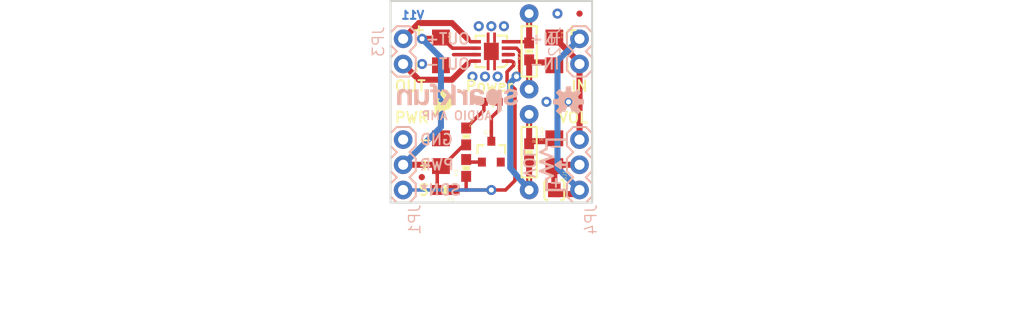
<source format=kicad_pcb>
(kicad_pcb (version 20211014) (generator pcbnew)
  (layers (0 "F.Cu" signal) (31 "B.Cu" signal) (34 "B.Paste" user) (35 "F.Paste" user) (36 "B.SilkS" user "B.Silkscreen") (37 "F.SilkS" user "F.Silkscreen") (38 "B.Mask" user) (39 "F.Mask" user) (44 "Edge.Cuts" user))
  (net 0 "")
  (net 1 "IN+")
  (net 2 "IN-")
  (net 3 "VCC")
  (net 4 "GND")
  (net 5 "OUT+")
  (net 6 "OUT-")
  (net 7 "SDN*")
  (net 8 "N$1")
  (net 9 "IN-AMP")
  (net 10 "N$9")
  (net 11 "N$10")
  (net 12 "N$8")
  (net 13 "IN+AMP")
  (net 14 "N$2")
  (net 15 "N$3")
  (net 16 "N$4")
  (footprint "boardEagle:0603-RES" (layer "F.Cu") (at 143.8974 113.8936 180)
    (fp_text reference "R5" (at -0.889 -0.762 180) (layer "F.SilkS") (effects (font (size 0.373888 0.373888) (thickness 0.032512)) (justify right top)))
    (fp_text value "10K")
    (fp_poly (pts (xy -0.2286 0.381) (xy 0.2286 0.381) (xy 0.2286 -0.381) (xy -0.2286 -0.381)) (layer "F.SilkS") (width 0) (fill solid))
    (pad "1" smd rect (at -0.85 0 180) (size 1.1 1) (layers "F.Cu" "F.Paste" "F.Mask") (net 7 "SDN*"))
    (pad "2" smd rect (at 0.85 0 180) (size 1.1 1) (layers "F.Cu" "F.Paste" "F.Mask") (net 3 "VCC"))
  )
  (footprint "boardEagle:1206" (layer "F.Cu") (at 154.8511 110.0836 90)
    (fp_text reference "C4" (at -1.27 -1.143 90) (layer "F.SilkS") (effects (font (size 0.373888 0.373888) (thickness 0.032512)) (justify left bottom)))
    (fp_text value "1uF")
    (pad "1" smd rect (at -1.4 0 90) (size 1.6 1.8) (layers "F.Cu" "F.Paste" "F.Mask") (net 8 "N$1"))
    (pad "2" smd rect (at 1.4 0 90) (size 1.6 1.8) (layers "F.Cu" "F.Paste" "F.Mask") (net 14 "N$2"))
  )
  (footprint "boardEagle:SFE-LOGO-FLAME" (layer "F.Cu") (at 142.7861 106.5912)
    (fp_text reference "LOGO2" hide)
    (fp_text value "LOGO-SFESK" hide)
    (fp_poly (pts (xy 1.126002 -2.808203) (xy 1.215449 -2.785829) (xy 1.228477 -2.780783) (xy 1.240149 -2.774875) (xy 1.25686 -2.766576) (xy 1.275552 -2.759834) (xy 1.371694 -2.7026) (xy 1.3793 -2.7026) (xy 1.3793 -2.6772) (xy 1.306833 -2.6772) (xy 1.208418 -2.657914) (xy 1.074855 -2.495286) (xy 1.079365 -2.436825) (xy 1.12809 -2.341869) (xy 1.204666 -2.265196) (xy 1.294069 -2.200638) (xy 1.369348 -2.168824) (xy 1.450737 -2.171632) (xy 1.458864 -2.174186) (xy 1.466257 -2.177389) (xy 1.530514 -2.236956) (xy 1.5368 -2.259812) (xy 1.5368 -2.377938) (xy 1.763707 -2.148127) (xy 1.868186 -1.856841) (xy 1.871603 -1.856894) (xy 1.87806 -1.650435) (xy 1.848857 -1.45742) (xy 1.785308 -1.272842) (xy 1.6663 -1.061578) (xy 1.6663 -1.080581) (xy 1.378131 -0.80901) (xy 0.982239 -0.6985) (xy 0.753005 -0.6985) (xy 0.716201 -0.692046) (xy 0.681776 -0.679592) (xy 0.496322 -0.541784) (xy -0.0126 0.03091) (xy -0.0126 -1.52077) (xy 0.060004 -1.761967) (xy 0.168295 -1.865489) (xy 0.307122 -1.917522) (xy 0.4039 -1.925089) (xy 0.499384 -1.917623) (xy 0.55991 -1.908099) (xy 0.557788 -1.884433) (xy 0.522216 -1.885242) (xy 0.501784 -1.876141) (xy 0.420519 -1.817154) (xy 0.400722 -1.79067) (xy 0.390395 -1.7285) (xy 0.400905 -1.665229) (xy 0.421405 -1.625174) (xy 0.452343 -1.592685) (xy 0.546535 -1.54355) (xy 0.652229 -1.531742) (xy 0.742768 -1.550084) (xy 0.82422 -1.589656) (xy 0.92203 -1.754659) (xy 0.907706 -1.848844) (xy 0.850914 -1.930401) (xy 0.584707 -2.263237) (xy 0.561667 -2.510855) (xy 0.627495 -2.621556) (xy 0.629042 -2.623103) (xy 0.778901 -2.74712) (xy 1.032676 -2.817064)) (layer "F.SilkS") (width 0) (fill solid))
  )
  (footprint "boardEagle:0603-RES" (layer "F.Cu") (at 152.3111 99.9236 90)
    (fp_text reference "R2" (at -0.889 -0.762 90) (layer "F.SilkS") (effects (font (size 0.373888 0.373888) (thickness 0.032512)) (justify left bottom)))
    (fp_text value "150K")
    (fp_poly (pts (xy -0.2286 0.381) (xy 0.2286 0.381) (xy 0.2286 -0.381) (xy -0.2286 -0.381)) (layer "F.SilkS") (width 0) (fill solid))
    (pad "1" smd rect (at -0.85 0 90) (size 1.1 1) (layers "F.Cu" "F.Paste" "F.Mask") (net 15 "N$3"))
    (pad "2" smd rect (at 0.85 0 90) (size 1.1 1) (layers "F.Cu" "F.Paste" "F.Mask") (net 9 "IN-AMP"))
  )
  (footprint "boardEagle:QFN-8_PAD" (layer "F.Cu") (at 148.5011 99.9236 90)
    (fp_text reference "U1" hide)
    (fp_text value "TPA2005D1DRB" hide)
    (fp_line (start 1.5875 -1.5875) (end 1.5875 -0.635) (layer "F.SilkS") (width 0.2032))
    (fp_line (start -1.27 1.5875) (end -1.5875 1.27) (layer "F.SilkS") (width 0.2032))
    (fp_line (start -1.27 -1.5875) (end -1.5875 -1.5875) (layer "F.SilkS") (width 0.2032))
    (fp_line (start 1.5875 1.5875) (end 1.27 1.5875) (layer "F.SilkS") (width 0.2032))
    (fp_line (start 1.27 -1.5875) (end 1.5875 -1.5875) (layer "F.SilkS") (width 0.2032))
    (fp_line (start -1.5875 -1.5875) (end -1.5875 -0.635) (layer "F.SilkS") (width 0.2032))
    (fp_line (start 1.5875 0.635) (end 1.5875 1.5875) (layer "F.SilkS") (width 0.2032))
    (fp_line (start -1.5875 1.27) (end -1.5875 0.635) (layer "F.SilkS") (width 0.2032))
    (pad "1" smd rect (at -0.975 1.475 180) (size 0.85 0.35) (layers "F.Cu" "F.Paste" "F.Mask") (net 7 "SDN*"))
    (pad "2" smd rect (at -0.325 1.475 180) (size 0.85 0.35) (layers "F.Cu" "F.Paste" "F.Mask"))
    (pad "3" smd rect (at 0.325 1.475 180) (size 0.85 0.35) (layers "F.Cu" "F.Paste" "F.Mask") (net 13 "IN+AMP"))
    (pad "4" smd rect (at 0.975 1.475 180) (size 0.85 0.35) (layers "F.Cu" "F.Paste" "F.Mask") (net 9 "IN-AMP"))
    (pad "5" smd rect (at 0.975 -1.475 180) (size 0.85 0.35) (layers "F.Cu" "F.Paste" "F.Mask") (net 5 "OUT+"))
    (pad "6" smd rect (at 0.325 -1.475 180) (size 0.85 0.35) (layers "F.Cu" "F.Paste" "F.Mask") (net 3 "VCC"))
    (pad "7" smd rect (at -0.325 -1.475 180) (size 0.85 0.35) (layers "F.Cu" "F.Paste" "F.Mask") (net 4 "GND"))
    (pad "8" smd roundrect (at -0.975 -1.475) (size 0.85 0.35) (layers "F.Cu" "F.Paste" "F.Mask") (roundrect_rratio 0.05) (net 6 "OUT-"))
    (pad "9" smd rect (at 0 0 180) (size 1.5 1.75) (layers "F.Cu" "F.Mask"))
    (pad "10" smd rect (at -1.3875 0.325 270) (size 1.025 0.28) (layers "F.Cu") (net 4 "GND"))
    (pad "11" smd rect (at 1.3875 0.325 270) (size 1.025 0.28) (layers "F.Cu") (net 4 "GND"))
    (pad "12" smd rect (at 1.3875 -0.325 270) (size 1.025 0.28) (layers "F.Cu") (net 4 "GND"))
    (pad "13" smd rect (at -1.3875 -0.325 270) (size 1.025 0.28) (layers "F.Cu") (net 4 "GND"))
  )
  (footprint "boardEagle:SOT23-3" (layer "F.Cu") (at 148.5011 110.0836)
    (fp_text reference "Q1" (at -0.8255 -1.778) (layer "F.SilkS") (effects (font (size 0.373888 0.373888) (thickness 0.032512)) (justify left bottom)))
    (fp_text value "MMBT2222A")
    (fp_line (start -0.8 -0.7) (end -1.4 -0.7) (layer "F.SilkS") (width 0.2032))
    (fp_line (start 0.8 -0.7) (end 1.4 -0.7) (layer "F.SilkS") (width 0.2032))
    (fp_line (start -1.4 -0.7) (end -1.4 0.1) (layer "F.SilkS") (width 0.2032))
    (fp_line (start 1.4 -0.7) (end 1.4 0.1) (layer "F.SilkS") (width 0.2032))
    (pad "1" smd rect (at -0.95 1) (size 0.8 0.9) (layers "F.Cu" "F.Paste" "F.Mask") (net 11 "N$10"))
    (pad "2" smd rect (at 0.95 1) (size 0.8 0.9) (layers "F.Cu" "F.Paste" "F.Mask") (net 4 "GND"))
    (pad "3" smd rect (at 0 -1.1) (size 0.8 0.9) (layers "F.Cu" "F.Paste" "F.Mask") (net 12 "N$8"))
  )
  (footprint "boardEagle:1206" (layer "F.Cu") (at 154.8511 99.9236 -90)
    (fp_text reference "C3" (at -1.27 -1.143 -90) (layer "F.SilkS") (effects (font (size 0.373888 0.373888) (thickness 0.032512)) (justify left bottom)))
    (fp_text value "1uF")
    (pad "1" smd rect (at -1.4 0 270) (size 1.6 1.8) (layers "F.Cu" "F.Paste" "F.Mask") (net 2 "IN-"))
    (pad "2" smd rect (at 1.4 0 270) (size 1.6 1.8) (layers "F.Cu" "F.Paste" "F.Mask") (net 15 "N$3"))
  )
  (footprint "boardEagle:0603-RES" (layer "F.Cu") (at 145.9611 108.4961 -90)
    (fp_text reference "R4" (at -0.889 -0.762 -90) (layer "F.SilkS") (effects (font (size 0.373888 0.373888) (thickness 0.032512)) (justify left bottom)))
    (fp_text value "330")
    (fp_poly (pts (xy -0.2286 0.381) (xy 0.2286 0.381) (xy 0.2286 -0.381) (xy -0.2286 -0.381)) (layer "F.SilkS") (width 0) (fill solid))
    (pad "1" smd rect (at -0.85 0 270) (size 1.1 1) (layers "F.Cu" "F.Paste" "F.Mask") (net 10 "N$9"))
    (pad "2" smd rect (at 0.85 0 270) (size 1.1 1) (layers "F.Cu" "F.Paste" "F.Mask") (net 3 "VCC"))
  )
  (footprint "boardEagle:0603-RES" (layer "F.Cu") (at 152.3111 110.0836 -90)
    (fp_text reference "R1" (at -0.889 -0.762 -90) (layer "F.SilkS") (effects (font (size 0.373888 0.373888) (thickness 0.032512)) (justify left bottom)))
    (fp_text value "150K")
    (fp_poly (pts (xy -0.2286 0.381) (xy 0.2286 0.381) (xy 0.2286 -0.381) (xy -0.2286 -0.381)) (layer "F.SilkS") (width 0) (fill solid))
    (pad "1" smd rect (at -0.85 0 270) (size 1.1 1) (layers "F.Cu" "F.Paste" "F.Mask") (net 14 "N$2"))
    (pad "2" smd rect (at 0.85 0 270) (size 1.1 1) (layers "F.Cu" "F.Paste" "F.Mask") (net 13 "IN+AMP"))
  )
  (footprint "boardEagle:1206" (layer "F.Cu") (at 143.4211 110.0836 90)
    (fp_text reference "C2" (at -1.27 -1.143 90) (layer "F.SilkS") (effects (font (size 0.373888 0.373888) (thickness 0.032512)) (justify left bottom)))
    (fp_text value "10uF")
    (pad "1" smd rect (at -1.4 0 90) (size 1.6 1.8) (layers "F.Cu" "F.Paste" "F.Mask") (net 3 "VCC"))
    (pad "2" smd rect (at 1.4 0 90) (size 1.6 1.8) (layers "F.Cu" "F.Paste" "F.Mask") (net 4 "GND"))
  )
  (footprint "boardEagle:MICRO-FIDUCIAL" (layer "F.Cu") (at 157.3911 96.1136)
    (fp_text reference "JP6" hide)
    (fp_text value "FIDUCIALUFIDUCIAL" hide)
    (pad "1" smd roundrect (at 0 0) (size 0.635 0.635) (layers "F.Cu" "F.Mask") (roundrect_rratio 0.5))
  )
  (footprint "boardEagle:AXIAL-0.3" (layer "F.Cu") (at 152.3111 99.9236 90)
    (fp_text reference "R2A0" (at -2.54 -1.27 90) (layer "F.SilkS") (effects (font (size 0.376489 0.376489) (thickness 0.029911)) (justify left)))
    (fp_text value "DNP" hide)
    (fp_line (start 2.54 0) (end 2.794 0) (layer "F.SilkS") (width 0.2032))
    (fp_line (start -2.54 0) (end -2.54 -0.762) (layer "F.SilkS") (width 0.2032))
    (fp_line (start 2.54 0) (end 2.54 0.762) (layer "F.SilkS") (width 0.2032))
    (fp_line (start 2.54 0.762) (end -2.54 0.762) (layer "F.SilkS") (width 0.2032))
    (fp_line (start 2.54 -0.762) (end 2.54 0) (layer "F.SilkS") (width 0.2032))
    (fp_line (start -2.54 -0.762) (end 2.54 -0.762) (layer "F.SilkS") (width 0.2032))
    (fp_line (start -2.54 0) (end -2.794 0) (layer "F.SilkS") (width 0.2032))
    (fp_line (start -2.54 0.762) (end -2.54 0) (layer "F.SilkS") (width 0.2032))
    (pad "P$1" thru_hole circle (at -3.81 0 90) (size 1.8796 1.8796) (drill 0.9) (layers *.Cu *.Mask) (net 15 "N$3"))
    (pad "P$2" thru_hole circle (at 3.81 0 90) (size 1.8796 1.8796) (drill 0.9) (layers *.Cu *.Mask) (net 9 "IN-AMP"))
  )
  (footprint "boardEagle:LED-0603" (layer "F.Cu") (at 148.5011 105.0036 -90)
    (fp_text reference "LED1" (at -0.6985 0.889) (layer "F.SilkS") (effects (font (size 0.373888 0.373888) (thickness 0.032512)) (justify left bottom)))
    (fp_text value "")
    (fp_line (start -0.0254 -0.1546) (end -0.2184 0.14) (layer "F.SilkS") (width 0.2032))
    (fp_line (start 0 -0.17) (end 0.2338 0.14) (layer "F.SilkS") (width 0.2032))
    (fp_line (start -0.46 -0.17) (end 0 -0.17) (layer "F.SilkS") (width 0.2032))
    (fp_line (start 0.46 -0.17) (end 0 -0.17) (layer "F.SilkS") (width 0.2032))
    (pad "A" smd rect (at 0 0.75 270) (size 0.8 0.8) (layers "F.Cu" "F.Paste" "F.Mask") (net 10 "N$9"))
    (pad "C" smd rect (at 0 -0.75 270) (size 0.8 0.8) (layers "F.Cu" "F.Paste" "F.Mask") (net 12 "N$8"))
  )
  (footprint "boardEagle:1206" (layer "F.Cu") (at 143.4211 99.9236 -90)
    (fp_text reference "C1" (at -1.27 -1.143 -90) (layer "F.SilkS") (effects (font (size 0.373888 0.373888) (thickness 0.032512)) (justify left bottom)))
    (fp_text value "1uF")
    (pad "1" smd rect (at -1.4 0 270) (size 1.6 1.8) (layers "F.Cu" "F.Paste" "F.Mask") (net 3 "VCC"))
    (pad "2" smd rect (at 1.4 0 270) (size 1.6 1.8) (layers "F.Cu" "F.Paste" "F.Mask") (net 4 "GND"))
  )
  (footprint "boardEagle:0603-RES" (layer "F.Cu") (at 145.9611 111.6711 90)
    (fp_text reference "R3" (at -0.889 -0.762 90) (layer "F.SilkS") (effects (font (size 0.373888 0.373888) (thickness 0.032512)) (justify left bottom)))
    (fp_text value "10K")
    (fp_poly (pts (xy -0.2286 0.381) (xy 0.2286 0.381) (xy 0.2286 -0.381) (xy -0.2286 -0.381)) (layer "F.SilkS") (width 0) (fill solid))
    (pad "1" smd rect (at -0.85 0 90) (size 1.1 1) (layers "F.Cu" "F.Paste" "F.Mask") (net 7 "SDN*"))
    (pad "2" smd rect (at 0.85 0 90) (size 1.1 1) (layers "F.Cu" "F.Paste" "F.Mask") (net 11 "N$10"))
  )
  (footprint "boardEagle:SJ_2S-NOTRACE" (layer "F.Cu") (at 154.8511 113.8936 -90)
    (fp_text reference "SJ1" (at -0.9525 -1.27 -90) (layer "F.SilkS") (effects (font (size 0.373888 0.373888) (thickness 0.032512)) (justify left bottom)))
    (fp_text value "")
    (fp_line (start -0.8 -1) (end 0.8 -1) (layer "F.SilkS") (width 0.2032))
    (fp_line (start 0.8 1) (end -0.8 1) (layer "F.SilkS") (width 0.2032))
    (fp_arc (start 0.8 -1) (mid 0.962191 -0.89146) (end 0.999999 -0.699999) (layer "F.SilkS") (width 0.2032))
    (fp_arc (start -1 -0.7) (mid -0.962161 -0.891441) (end -0.799999 -0.999999) (layer "F.SilkS") (width 0.2032))
    (fp_arc (start 1.000001 0.699999) (mid 0.962162 0.891441) (end 0.8 1) (layer "F.SilkS") (width 0.2032))
    (fp_arc (start -0.799999 0.999999) (mid -0.96216 0.891441) (end -1 0.7) (layer "F.SilkS") (width 0.2032))
    (pad "1" smd rect (at -0.4009 0 90) (size 0.635 1.27) (layers "F.Cu" "F.Mask") (net 8 "N$1"))
    (pad "2" smd rect (at 0.4127 0 270) (size 0.635 1.27) (layers "F.Cu" "F.Mask") (net 1 "IN+"))
  )
  (footprint "boardEagle:AXIAL-0.3" (layer "F.Cu") (at 152.3111 110.0836 -90)
    (fp_text reference "R1A0" (at -2.54 -1.27 90) (layer "F.SilkS") (effects (font (size 0.376489 0.376489) (thickness 0.029911)) (justify right)))
    (fp_text value "DNP" hide)
    (fp_line (start -2.54 0) (end -2.794 0) (layer "F.SilkS") (width 0.2032))
    (fp_line (start -2.54 -0.762) (end 2.54 -0.762) (layer "F.SilkS") (width 0.2032))
    (fp_line (start -2.54 0.762) (end -2.54 0) (layer "F.SilkS") (width 0.2032))
    (fp_line (start 2.54 0) (end 2.794 0) (layer "F.SilkS") (width 0.2032))
    (fp_line (start 2.54 0) (end 2.54 0.762) (layer "F.SilkS") (width 0.2032))
    (fp_line (start 2.54 0.762) (end -2.54 0.762) (layer "F.SilkS") (width 0.2032))
    (fp_line (start 2.54 -0.762) (end 2.54 0) (layer "F.SilkS") (width 0.2032))
    (fp_line (start -2.54 0) (end -2.54 -0.762) (layer "F.SilkS") (width 0.2032))
    (pad "P$1" thru_hole circle (at -3.81 0 270) (size 1.8796 1.8796) (drill 0.9) (layers *.Cu *.Mask) (net 14 "N$2"))
    (pad "P$2" thru_hole circle (at 3.81 0 270) (size 1.8796 1.8796) (drill 0.9) (layers *.Cu *.Mask) (net 13 "IN+AMP"))
  )
  (footprint "boardEagle:CREATIVE_COMMONS" (layer "F.Cu") (at 119.2911 126.5936)
    (fp_text reference "U$1" hide)
    (fp_text value "CREATIVE_COMMONS" hide)
  )
  (footprint "boardEagle:MICRO-FIDUCIAL" (layer "F.Cu") (at 141.4907 112.5982)
    (fp_text reference "JP5" hide)
    (fp_text value "FIDUCIALUFIDUCIAL" hide)
    (pad "1" smd roundrect (at 0 0) (size 0.635 0.635) (layers "F.Cu" "F.Mask") (roundrect_rratio 0.5))
  )
  (footprint "boardEagle:OSHW-LOGO-S" (layer "B.Cu") (at 156.2799 105.0036 180)
    (fp_text reference "U$2" hide)
    (fp_text value "OSHW-LOGOS" hide)
    (fp_poly (pts (xy 0.301647 1.061351) (xy 0.42347 1.022344) (xy 0.537177 0.963769) (xy 0.92862 1.282946) (xy 1.282946 0.92862) (xy 0.961035 0.533823) (xy 1.057046 0.302084) (xy 1.5638 0.250561) (xy 1.5638 -0.250561) (xy 1.057046 -0.302084) (xy 0.961035 -0.533823) (xy 1.282946 -0.92862) (xy 0.92862 -1.282946) (xy 0.537177 -0.96377) (xy 0.356601 -1.056794) (xy 0.088679 -0.410073) (xy 0.326262 -0.2176) (xy 0.373649 -0.121468) (xy 0.392729 -0.010339) (xy 0.379464 0.101634) (xy 0.334947 0.205229) (xy 0.262842 0.291918) (xy 0.169087 0.354561) (xy 0.061406 0.387999) (xy -0.051342 0.38948) (xy -0.159868 0.358881) (xy -0.255234 0.298724) (xy -0.329589 0.213962) (xy -0.376813 0.111569) (xy -0.392176 0.005767) (xy -0.322923 -0.222565) (xy -0.249312 -0.303773) (xy 0.091677 -0.5081) (xy -0.12929 -0.5081) (xy -0.355332 -1.053732) (xy -0.506597 -0.983577) (xy -0.538922 -0.965192) (xy -0.92862 -1.282946) (xy -1.282946 -0.92862) (xy -0.961035 -0.533823) (xy -1.057046 -0.302084) (xy -1.5638 -0.250561) (xy -1.5638 0.250561) (xy -1.057046 0.302084) (xy -0.961035 0.533823) (xy -1.282946 0.92862) (xy -0.92862 1.282946) (xy -0.533823 0.961035) (xy -0.302084 1.057046) (xy -0.250561 1.5638) (xy 0.250561 1.5638)) (layer "B.SilkS") (width 0) (fill solid))
  )
  (footprint "boardEagle:1X02" (layer "B.Cu") (at 139.6111 98.6536 -90)
    (fp_text reference "JP3" (at -1.3462 1.8288 90) (layer "B.SilkS") (effects (font (size 1.143 1.143) (thickness 0.127)) (justify left bottom mirror)))
    (fp_text value "OUT")
    (fp_line (start 3.81 0.635) (end 3.81 -0.635) (layer "B.SilkS") (width 0.2032))
    (fp_line (start -1.27 0.635) (end -1.27 -0.635) (layer "B.SilkS") (width 0.2032))
    (fp_line (start 0.635 -1.27) (end -0.635 -1.27) (layer "B.SilkS") (width 0.2032))
    (fp_line (start 3.175 -1.27) (end 1.905 -1.27) (layer "B.SilkS") (width 0.2032))
    (fp_line (start 1.27 -0.635) (end 0.635 -1.27) (layer "B.SilkS") (width 0.2032))
    (fp_line (start 3.81 -0.635) (end 3.175 -1.27) (layer "B.SilkS") (width 0.2032))
    (fp_line (start 0.635 1.27) (end 1.27 0.635) (layer "B.SilkS") (width 0.2032))
    (fp_line (start 1.905 -1.27) (end 1.27 -0.635) (layer "B.SilkS") (width 0.2032))
    (fp_line (start -0.635 1.27) (end 0.635 1.27) (layer "B.SilkS") (width 0.2032))
    (fp_line (start 3.175 1.27) (end 3.81 0.635) (layer "B.SilkS") (width 0.2032))
    (fp_line (start 1.905 1.27) (end 3.175 1.27) (layer "B.SilkS") (width 0.2032))
    (fp_line (start 1.27 0.635) (end 1.905 1.27) (layer "B.SilkS") (width 0.2032))
    (fp_line (start -1.27 -0.635) (end -0.635 -1.27) (layer "B.SilkS") (width 0.2032))
    (fp_line (start -0.635 1.27) (end -1.27 0.635) (layer "B.SilkS") (width 0.2032))
    (pad "1" thru_hole circle (at 0 0 180) (size 1.8796 1.8796) (drill 1.016) (layers *.Cu *.Mask) (net 5 "OUT+"))
    (pad "2" thru_hole circle (at 2.54 0 180) (size 1.8796 1.8796) (drill 1.016) (layers *.Cu *.Mask) (net 6 "OUT-"))
  )
  (footprint "boardEagle:1X02" (layer "B.Cu") (at 157.3911 98.6536 -90)
    (fp_text reference "JP2" (at -1.3462 1.8288 90) (layer "B.SilkS") (effects (font (size 1.143 1.143) (thickness 0.127)) (justify left bottom mirror)))
    (fp_text value "IN")
    (fp_line (start 0.635 1.27) (end 1.27 0.635) (layer "B.SilkS") (width 0.2032))
    (fp_line (start -0.635 1.27) (end -1.27 0.635) (layer "B.SilkS") (width 0.2032))
    (fp_line (start 1.27 0.635) (end 1.905 1.27) (layer "B.SilkS") (width 0.2032))
    (fp_line (start 0.635 -1.27) (end -0.635 -1.27) (layer "B.SilkS") (width 0.2032))
    (fp_line (start -1.27 0.635) (end -1.27 -0.635) (layer "B.SilkS") (width 0.2032))
    (fp_line (start 1.905 -1.27) (end 1.27 -0.635) (layer "B.SilkS") (width 0.2032))
    (fp_line (start 3.81 -0.635) (end 3.175 -1.27) (layer "B.SilkS") (width 0.2032))
    (fp_line (start 1.905 1.27) (end 3.175 1.27) (layer "B.SilkS") (width 0.2032))
    (fp_line (start 3.175 1.27) (end 3.81 0.635) (layer "B.SilkS") (width 0.2032))
    (fp_line (start -1.27 -0.635) (end -0.635 -1.27) (layer "B.SilkS") (width 0.2032))
    (fp_line (start -0.635 1.27) (end 0.635 1.27) (layer "B.SilkS") (width 0.2032))
    (fp_line (start 1.27 -0.635) (end 0.635 -1.27) (layer "B.SilkS") (width 0.2032))
    (fp_line (start 3.175 -1.27) (end 1.905 -1.27) (layer "B.SilkS") (width 0.2032))
    (fp_line (start 3.81 0.635) (end 3.81 -0.635) (layer "B.SilkS") (width 0.2032))
    (pad "1" thru_hole circle (at 0 0 180) (size 1.8796 1.8796) (drill 1.016) (layers *.Cu *.Mask) (net 1 "IN+"))
    (pad "2" thru_hole circle (at 2.54 0 180) (size 1.8796 1.8796) (drill 1.016) (layers *.Cu *.Mask) (net 2 "IN-"))
  )
  (footprint "boardEagle:SFE-NEW-WEB" (layer "B.Cu") (at 151.1999 106.2736 180)
    (fp_text reference "LOGO1" hide)
    (fp_text value "LOGO-SFENW2" hide)
    (fp_line (start 11.1379 1.8136) (end 11.1379 0.9449) (layer "B.SilkS") (width 0.0254))
    (fp_line (start 12.1818 0.955) (end 11.7729 0.955) (layer "B.SilkS") (width 0.0254))
    (fp_line (start 12.1818 2.0091) (end 12.1818 0.955) (layer "B.SilkS") (width 0.0254))
    (fp_line (start 10.7163 2.5171) (end 11.1201 2.5171) (layer "B.SilkS") (width 0.0254))
    (fp_line (start 11.1379 0.9449) (end 10.7163 0.9449) (layer "B.SilkS") (width 0.0254))
    (fp_line (start 10.7163 0.9449) (end 10.7163 2.5171) (layer "B.SilkS") (width 0.0254))
    (fp_line (start 11.7729 0.955) (end 11.7729 1.9202) (layer "B.SilkS") (width 0.0254))
    (fp_line (start 11.1201 2.2962) (end 11.1277 2.2962) (layer "B.SilkS") (width 0.0254))
    (fp_line (start 11.1201 2.5171) (end 11.1201 2.2962) (layer "B.SilkS") (width 0.0254))
    (fp_arc (start 11.1455 2.3038) (mid 11.152103 2.311188) (end 11.1582 2.319) (layer "B.SilkS") (width 0.0254))
    (fp_arc (start 12.1488 2.232699) (mid 12.104013 2.336521) (end 12.0345 2.4257) (layer "B.SilkS") (width 0.0254))
    (fp_arc (start 11.4198 2.2327) (mid 11.475702 2.235165) (end 11.5316 2.2377) (layer "B.SilkS") (width 0.0254))
    (fp_arc (start 11.7145 2.1311) (mid 11.664346 2.1894) (end 11.5976 2.2276) (layer "B.SilkS") (width 0.0254))
    (fp_arc (start 11.1862 2.3571) (mid 11.172158 2.338081) (end 11.1582 2.319) (layer "B.SilkS") (width 0.0254))
    (fp_arc (start 11.1379 1.8821) (mid 11.137681 1.84785) (end 11.1379 1.8136) (layer "B.SilkS") (width 0.0254))
    (fp_arc (start 11.2725 2.446) (mid 11.226399 2.404414) (end 11.1862 2.3571) (layer "B.SilkS") (width 0.0254))
    (fp_arc (start 11.1684 2.0396) (mid 11.146105 1.962214) (end 11.1379 1.8821) (layer "B.SilkS") (width 0.0254))
    (fp_arc (start 11.2598 2.1692) (mid 11.206137 2.110016) (end 11.1684 2.0396) (layer "B.SilkS") (width 0.0254))
    (fp_arc (start 11.5672 2.5552) (mid 11.411238 2.523841) (end 11.2725 2.446) (layer "B.SilkS") (width 0.0254))
    (fp_arc (start 11.4198 2.2327) (mid 11.334441 2.214452) (end 11.259799 2.1692) (layer "B.SilkS") (width 0.0254))
    (fp_arc (start 12.1818 2.0091) (mid 12.172765 2.122002) (end 12.1488 2.2327) (layer "B.SilkS") (width 0.0254))
    (fp_arc (start 12.0345 2.425699) (mid 11.911985 2.51116) (end 11.7678 2.5502) (layer "B.SilkS") (width 0.0254))
    (fp_arc (start 11.1277 2.2962) (mid 11.137379 2.298176) (end 11.1455 2.3038) (layer "B.SilkS") (width 0.0254))
    (fp_arc (start 11.5976 2.2276) (mid 11.565101 2.235925) (end 11.5316 2.2377) (layer "B.SilkS") (width 0.0254))
    (fp_arc (start 11.7678 2.5502) (mid 11.667584 2.556058) (end 11.5672 2.5552) (layer "B.SilkS") (width 0.0254))
    (fp_arc (start 11.7729 1.9202) (mid 11.758038 2.02962) (end 11.7145 2.1311) (layer "B.SilkS") (width 0.0254))
    (fp_poly (pts (xy 6.1316 2.557116) (xy 6.1316 2.1463) (xy 6.115783 2.1463) (xy 6.10653 2.147054) (xy 6.097893 2.149211) (xy 6.068387 2.157247) (xy 6.038922 2.161538) (xy 5.96265 2.16474) (xy 5.887609 2.16159) (xy 5.731931 2.107297) (xy 5.637642 2.018651) (xy 5.577302 1.903423) (xy 5.5499 1.736362) (xy 5.5499 0.9423) (xy 5.107878 0.9423) (xy 5.110519 2.454146) (xy 5.522 2.527255) (xy 5.522 2.234211) (xy 5.526569 2.235704) (xy 5.544428 2.262537) (xy 5.578841 2.314524) (xy 5.613758 2.367854) (xy 5.686736 2.438162) (xy 5.778008 2.498223) (xy 5.979984 2.565515)) (layer "B.SilkS") (width 0) (fill solid))
    (fp_poly (pts (xy 1.201557 2.290098) (xy 1.414074 2.156268) (xy 1.42383 2.065) (xy 1.01008 2.065) (xy 1.00135 2.126336) (xy 0.936084 2.220524) (xy 0.871818 2.257603) (xy 0.798545 2.2758) (xy 0.628591 2.2758) (xy 0.583991 2.267366) (xy 0.541641 2.251683) (xy 0.51157 2.232098) (xy 0.488615 2.205726) (xy 0.469153 2.152745) (xy 0.474605 2.097619) (xy 0.521549 2.031824) (xy 0.664468 1.962838) (xy 0.866638 1.922444) (xy 1.206678 1.822687) (xy 1.354318 1.729494) (xy 1.389578 1.692366) (xy 1.416579 1.648151) (xy 1.460229 1.440208) (xy 1.447804 1.4376) (xy 1.460484 1.436955) (xy 1.457817 1.384541) (xy 1.452657 1.33034) (xy 1.371775 1.140043) (xy 1.14885 0.969822) (xy 1.013381 0.927267) (xy 0.74708 0.904177) (xy 0.617383 0.909691) (xy 0.487493 0.922202) (xy 0.306845 0.984179) (xy 0.185213 1.061804) (xy 0.109225 1.132023) (xy 0.056988 1.2215) (xy 0.013059 1.350644) (xy 0.002577 1.410659) (xy -0.00152 1.469003) (xy 0.738195 1.10308) (xy 1.120535 1.189415) (xy 1.224069 1.497645) (xy 0.809011 1.723764) (xy 0.364394 1.98847) (xy 0.308075 2.310537) (xy 0.741882 2.423672)) (layer "B.SilkS") (width 0) (fill solid))
    (fp_poly (pts (xy 9.4234 1.520809) (xy 9.472888 1.359974) (xy 9.516069 1.308185) (xy 9.573108 1.271734) (xy 9.714103 1.241374) (xy 9.853529 1.268908) (xy 10.003067 1.442966) (xy 10.033 1.684784) (xy 10.033 2.5273) (xy 10.48 2.5273) (xy 10.48 0.9398) (xy 10.0533 0.9398) (xy 10.0533 1.159713) (xy 9.961626 1.051965) (xy 9.823848 0.946774) (xy 9.797269 0.933513) (xy 9.76873 0.924761) (xy 9.46843 0.899096) (xy 9.311419 0.929258) (xy 9.173895 1.0008) (xy 9.172522 1.0008) (xy 9.155194 1.014756) (xy 9.141833 1.028106) (xy 9.055991 1.150842) (xy 9.0022 1.291099) (xy 8.984 1.439423) (xy 8.984 2.5324) (xy 9.4234 2.5324)) (layer "B.SilkS") (width 0) (fill solid))
    (fp_poly (pts (xy 6.7335 1.97376) (xy 7.284539 2.5248) (xy 7.78835 2.5248) (xy 7.197009 1.946483) (xy 7.869909 0.937183) (xy 7.330929 0.939835) (xy 6.903958 1.643716) (xy 6.7386 1.483032) (xy 6.7386 0.9296) (xy 6.306639 0.9296) (xy 6.2941 0.942139) (xy 6.2941 2.887776) (xy 6.7335 3.138467)) (layer "B.SilkS") (width 0) (fill solid))
    (fp_poly (pts (xy 11.770768 2.56283) (xy 12.043428 2.435548) (xy 12.160999 2.237024) (xy 12.1945 2.010032) (xy 12.1945 0.9423) (xy 11.7602 0.9423) (xy 11.7602 1.918474) (xy 11.70302 2.124971) (xy 11.656141 2.179464) (xy 11.593345 2.215403) (xy 11.53092 2.224956) (xy 11.476269 2.222478) (xy 11.422495 2.220106) (xy 11.268 2.158791) (xy 11.18035 2.034508) (xy 11.1506 1.880883) (xy 11.1506 0.9322) (xy 10.7036 0.9322) (xy 10.7036 2.5298) (xy 11.1328 2.5298) (xy 11.1328 2.310454) (xy 11.136857 2.313263) (xy 11.148195 2.326834) (xy 11.161924 2.345602) (xy 11.176241 2.364992) (xy 11.217267 2.413279) (xy 11.265048 2.456381) (xy 11.406772 2.535896) (xy 11.566093 2.567932)) (layer "B.SilkS") (width 0) (fill solid))
    (fp_poly (pts (xy 2.834651 2.506079) (xy 2.92707 2.450683) (xy 3.011605 2.383731) (xy 3.1267 2.221709) (xy 3.1267 2.263503) (xy 3.219434 1.972794) (xy 3.236098 1.526727) (xy 3.068933 1.135798) (xy 2.975978 1.041462) (xy 2.864973 0.970996) (xy 2.740356 0.92713) (xy 2.372489 0.922) (xy 2.370226 0.922) (xy 2.254471 0.962806) (xy 2.0828 1.127587) (xy 2.0828 -0.010757) (xy 1.6434 0.385552) (xy 1.6434 2.45912) (xy 2.057593 2.537568) (xy 2.055012 2.330538) (xy 2.068304 2.345345) (xy 2.15812 2.442839) (xy 2.234107 2.497896) (xy 2.368681 2.552194) (xy 2.419192 2.562883) (xy 2.620347 2.565422)) (layer "B.SilkS") (width 0) (fill solid))
    (fp_poly (pts (xy 0.803285 2.567895) (xy 0.944243 2.553799) (xy 1.081508 2.516334) (xy 1.193542 2.461399) (xy 1.291841 2.383865) (xy 1.357039 2.297824) (xy 1.377068 2.257603) (xy 1.393653 2.216867) (xy 1.417283 2.151914) (xy 1.353784 2.105111) (xy 1.152335 2.254241) (xy 0.736496 2.387002) (xy 0.372563 2.277101) (xy 0.417885 2.019712) (xy 1.241556 1.540676) (xy 1.263422 1.497067) (xy 1.147655 1.152457) (xy 0.724605 1.058492) (xy -0.038666 1.4605) (xy 0.4115 1.4605) (xy 0.4115 1.443466) (xy 0.420402 1.369907) (xy 0.454647 1.305856) (xy 0.524204 1.243359) (xy 0.610838 1.206018) (xy 0.637726 1.200933) (xy 0.665996 1.198897) (xy 0.7328 1.198389) (xy 0.79791 1.198884) (xy 0.968129 1.258019) (xy 1.007666 1.302193) (xy 1.028603 1.358428) (xy 1.025789 1.425439) (xy 0.995864 1.485288) (xy 0.943734 1.527918) (xy 0.715431 1.605731) (xy 0.533161 1.644154) (xy 0.351479 1.692254) (xy 0.230117 1.743632) (xy 0.122357 1.822697) (xy 0.0457 1.960096) (xy 0.0457 1.963141) (xy 0.038572 2.135467) (xy 0.0838 2.300409) (xy 0.0838 2.303445) (xy 0.206233 2.444416) (xy 0.620397 2.567885) (xy 0.71245 2.568634)) (layer "B.SilkS") (width 0) (fill solid))
    (fp_poly (pts (xy 4.444983 2.544915) (xy 4.588724 2.501712) (xy 4.72259 2.430523) (xy 4.844814 2.271666) (xy 4.859671 2.1819) (xy 4.8616 2.1819) (xy 4.8616 1.6891) (xy 4.864173 1.6891) (xy 4.861603 1.242544) (xy 4.871819 1.108765) (xy 4.906709 0.979276) (xy 4.920484 0.9423) (xy 4.495275 0.9423) (xy 4.477494 0.951279) (xy 4.472002 0.970735) (xy 4.468249 0.985133) (xy 4.446292 1.084946) (xy 4.440321 1.089528) (xy 4.438946 1.088886) (xy 4.309064 0.98859) (xy 4.153188 0.927249) (xy 3.824183 0.906712) (xy 3.683825 0.938256) (xy 3.554173 1.000134) (xy 3.486826 1.05665) (xy 3.437273 1.130532) (xy 3.3807 1.444163) (xy 3.3807 1.446675) (xy 3.401941 1.543624) (xy 3.446308 1.632822) (xy 3.527788 1.722902) (xy 3.632416 1.784766) (xy 3.937258 1.861632) (xy 4.048648 1.873601) (xy 4.159032 1.884616) (xy 4.224808 1.893434) (xy 4.289167 1.907055) (xy 4.336271 1.923637) (xy 4.379043 1.948303) (xy 4.407461 1.974391) (xy 4.413402 1.982997) (xy 4.4171 1.991455) (xy 4.4171 2.14983) (xy 4.358226 2.232254) (xy 4.254396 2.270917) (xy 4.188033 2.274326) (xy 4.120968 2.275774) (xy 4.006679 2.25395) (xy 3.883049 2.131716) (xy 3.8659 2.045941) (xy 3.8659 2.0295) (xy 3.429 2.0295) (xy 3.429 2.040006) (xy 3.418965 2.041638) (xy 3.439259 2.166448) (xy 3.491292 2.283494) (xy 3.571378 2.383462) (xy 3.674008 2.459597) (xy 3.791998 2.513469) (xy 3.916944 2.547448) (xy 4.18103 2.571338)) (layer "B.SilkS") (width 0) (fill solid))
    (fp_poly (pts (xy 8.809435 3.119895) (xy 8.875117 3.1166) (xy 8.89 3.1166) (xy 8.89 2.7889) (xy 8.869112 2.7889) (xy 8.841108 2.7915) (xy 8.660351 2.7915) (xy 8.587936 2.740064) (xy 8.571192 2.699602) (xy 8.5649 2.653436) (xy 8.5649 2.5273) (xy 8.8621 2.5273) (xy 8.8621 2.2352) (xy 8.5623 2.2352) (xy 8.5623 0.9322) (xy 8.1204 0.9322) (xy 8.1204 2.232779) (xy 7.70383 2.235391) (xy 7.995739 2.5273) (xy 8.1255 2.5273) (xy 8.1255 2.560826) (xy 8.143432 2.77702) (xy 8.219199 2.938937) (xy 8.324367 3.032939) (xy 8.449534 3.095959) (xy 8.586403 3.1242) (xy 8.743112 3.1242)) (layer "B.SilkS") (width 0) (fill solid))
  )
  (footprint "boardEagle:1X03" (layer "B.Cu") (at 157.3911 113.8936 90)
    (fp_text reference "JP4" (at -1.3462 1.8288 270) (layer "B.SilkS") (effects (font (size 1.143 1.143) (thickness 0.127)) (justify left bottom mirror)))
    (fp_text value "VOLUME")
    (fp_line (start 4.445 -1.27) (end 3.81 -0.635) (layer "B.SilkS") (width 0.2032))
    (fp_line (start 0.635 -1.27) (end -0.635 -1.27) (layer "B.SilkS") (width 0.2032))
    (fp_line (start 3.81 -0.635) (end 3.175 -1.27) (layer "B.SilkS") (width 0.2032))
    (fp_line (start 1.905 1.27) (end 3.175 1.27) (layer "B.SilkS") (width 0.2032))
    (fp_line (start -1.27 0.635) (end -1.27 -0.635) (layer "B.SilkS") (width 0.2032))
    (fp_line (start -0.635 1.27) (end 0.635 1.27) (layer "B.SilkS") (width 0.2032))
    (fp_line (start 6.35 0.635) (end 6.35 -0.635) (layer "B.SilkS") (width 0.2032))
    (fp_line (start 3.175 1.27) (end 3.81 0.635) (layer "B.SilkS") (width 0.2032))
    (fp_line (start 1.905 -1.27) (end 1.27 -0.635) (layer "B.SilkS") (width 0.2032))
    (fp_line (start -1.27 -0.635) (end -0.635 -1.27) (layer "B.SilkS") (width 0.2032))
    (fp_line (start -0.635 1.27) (end -1.27 0.635) (layer "B.SilkS") (width 0.2032))
    (fp_line (start 5.715 1.27) (end 6.35 0.635) (layer "B.SilkS") (width 0.2032))
    (fp_line (start 4.445 1.27) (end 5.715 1.27) (layer "B.SilkS") (width 0.2032))
    (fp_line (start 5.715 -1.27) (end 4.445 -1.27) (layer "B.SilkS") (width 0.2032))
    (fp_line (start 1.27 0.635) (end 1.905 1.27) (layer "B.SilkS") (width 0.2032))
    (fp_line (start 3.175 -1.27) (end 1.905 -1.27) (layer "B.SilkS") (width 0.2032))
    (fp_line (start 0.635 1.27) (end 1.27 0.635) (layer "B.SilkS") (width 0.2032))
    (fp_line (start 6.35 -0.635) (end 5.715 -1.27) (layer "B.SilkS") (width 0.2032))
    (fp_line (start 3.81 0.635) (end 4.445 1.27) (layer "B.SilkS") (width 0.2032))
    (fp_line (start 1.27 -0.635) (end 0.635 -1.27) (layer "B.SilkS") (width 0.2032))
    (pad "1" thru_hole circle (at 0 0) (size 1.8796 1.8796) (drill 1.016) (layers *.Cu *.Mask) (net 1 "IN+"))
    (pad "2" thru_hole circle (at 2.54 0) (size 1.8796 1.8796) (drill 1.016) (layers *.Cu *.Mask) (net 8 "N$1"))
    (pad "3" thru_hole circle (at 5.08 0) (size 1.8796 1.8796) (drill 1.016) (layers *.Cu *.Mask) (net 2 "IN-"))
  )
  (footprint "boardEagle:1X03" (layer "B.Cu") (at 139.6111 113.8936 90)
    (fp_text reference "JP1" (at -1.3462 1.8288 270) (layer "B.SilkS") (effects (font (size 1.143 1.143) (thickness 0.127)) (justify left bottom mirror)))
    (fp_text value "POWER")
    (fp_line (start 6.35 -0.635) (end 5.715 -1.27) (layer "B.SilkS") (width 0.2032))
    (fp_line (start 0.635 -1.27) (end -0.635 -1.27) (layer "B.SilkS") (width 0.2032))
    (fp_line (start 1.27 0.635) (end 1.905 1.27) (layer "B.SilkS") (width 0.2032))
    (fp_line (start 6.35 0.635) (end 6.35 -0.635) (layer "B.SilkS") (width 0.2032))
    (fp_line (start 5.715 1.27) (end 6.35 0.635) (layer "B.SilkS") (width 0.2032))
    (fp_line (start -0.635 1.27) (end -1.27 0.635) (layer "B.SilkS") (width 0.2032))
    (fp_line (start 4.445 1.27) (end 5.715 1.27) (layer "B.SilkS") (width 0.2032))
    (fp_line (start 3.81 0.635) (end 4.445 1.27) (layer "B.SilkS") (width 0.2032))
    (fp_line (start 0.635 1.27) (end 1.27 0.635) (layer "B.SilkS") (width 0.2032))
    (fp_line (start 1.905 -1.27) (end 1.27 -0.635) (layer "B.SilkS") (width 0.2032))
    (fp_line (start 3.81 -0.635) (end 3.175 -1.27) (layer "B.SilkS") (width 0.2032))
    (fp_line (start -1.27 -0.635) (end -0.635 -1.27) (layer "B.SilkS") (width 0.2032))
    (fp_line (start 1.27 -0.635) (end 0.635 -1.27) (layer "B.SilkS") (width 0.2032))
    (fp_line (start 3.175 -1.27) (end 1.905 -1.27) (layer "B.SilkS") (width 0.2032))
    (fp_line (start 5.715 -1.27) (end 4.445 -1.27) (layer "B.SilkS") (width 0.2032))
    (fp_line (start -0.635 1.27) (end 0.635 1.27) (layer "B.SilkS") (width 0.2032))
    (fp_line (start 4.445 -1.27) (end 3.81 -0.635) (layer "B.SilkS") (width 0.2032))
    (fp_line (start -1.27 0.635) (end -1.27 -0.635) (layer "B.SilkS") (width 0.2032))
    (fp_line (start 1.905 1.27) (end 3.175 1.27) (layer "B.SilkS") (width 0.2032))
    (fp_line (start 3.175 1.27) (end 3.81 0.635) (layer "B.SilkS") (width 0.2032))
    (pad "1" thru_hole circle (at 0 0) (size 1.8796 1.8796) (drill 1.016) (layers *.Cu *.Mask) (net 7 "SDN*"))
    (pad "2" thru_hole circle (at 2.54 0) (size 1.8796 1.8796) (drill 1.016) (layers *.Cu *.Mask) (net 3 "VCC"))
    (pad "3" thru_hole circle (at 5.08 0) (size 1.8796 1.8796) (drill 1.016) (layers *.Cu *.Mask) (net 4 "GND"))
  )
  (gr_line (start 153.4223 111.0361) (end 154.6923 111.5123) (layer "B.SilkS") (width 0.254))
  (gr_line (start 154.0573 108.8136) (end 154.0573 109.7661) (layer "B.SilkS") (width 0.254))
  (gr_line (start 153.4223 111.9886) (end 154.6923 112.4648) (layer "B.SilkS") (width 0.254))
  (gr_line (start 154.6923 110.5598) (end 153.4223 111.0361) (layer "B.SilkS") (width 0.254))
  (gr_line (start 155.9623 111.3536) (end 155.0098 111.3536) (layer "B.SilkS") (width 0.254))
  (gr_line (start 155.4861 111.0361) (end 155.4861 111.6711) (layer "B.SilkS") (width 0.254))
  (gr_line (start 155.4861 111.6711) (end 155.0098 111.3536) (layer "B.SilkS") (width 0.254))
  (gr_line (start 154.0573 109.7661) (end 153.4223 110.0836) (layer "B.SilkS") (width 0.254))
  (gr_line (start 153.4223 110.0836) (end 154.6923 110.5598) (layer "B.SilkS") (width 0.254))
  (gr_line (start 154.6923 111.5123) (end 153.4223 111.9886) (layer "B.SilkS") (width 0.254))
  (gr_line (start 155.0098 111.3536) (end 155.4861 111.0361) (layer "B.SilkS") (width 0.254))
  (gr_line (start 154.0573 113.8936) (end 155.9623 113.8936) (layer "B.SilkS") (width 0.254))
  (gr_line (start 155.9623 108.8136) (end 154.0573 108.8136) (layer "B.SilkS") (width 0.254))
  (gr_line (start 154.6923 112.4648) (end 154.0573 112.7823) (layer "B.SilkS") (width 0.254))
  (gr_line (start 154.0573 112.7823) (end 154.0573 113.8936) (layer "B.SilkS") (width 0.254))
  (gr_line (start 138.3411 115.1636) (end 158.6611 115.1636) (layer "Edge.Cuts") (width 0.2032))
  (gr_line (start 158.6611 94.8436) (end 138.3411 94.8436) (layer "Edge.Cuts") (width 0.2032))
  (gr_line (start 138.3411 94.8436) (end 138.3411 115.1636) (layer "Edge.Cuts") (width 0.2032))
  (gr_line (start 158.6611 115.1636) (end 158.6611 94.8436) (layer "Edge.Cuts") (width 0.2032))
  (gr_text "V11" (at 141.8336 96.7486) (layer "B.Cu") (effects (font (size 0.8128 0.8128) (thickness 0.2032)) (justify left bottom mirror)))
  (gr_text "SDN*" (at 141.1986 113.2586) (layer "B.SilkS") (effects (font (size 1.0795 1.0795) (thickness 0.1905)) (justify right top mirror)))
  (gr_text "IN-" (at 155.4861 101.8286) (layer "B.SilkS") (effects (font (size 1.0795 1.0795) (thickness 0.1905)) (justify left bottom mirror)))
  (gr_text "PWR" (at 141.1986 110.7186) (layer "B.SilkS") (effects (font (size 1.0795 1.0795) (thickness 0.1905)) (justify right top mirror)))
  (gr_text "OUT-" (at 146.4374 101.8286) (layer "B.SilkS") (effects (font (size 1.0795 1.0795) (thickness 0.1905)) (justify left bottom mirror)))
  (gr_text "-" (at 155.8036 110.0836) (layer "B.SilkS") (effects (font (size 1.0795 1.0795) (thickness 0.1905)) (justify left bottom mirror)))
  (gr_text "OUT+" (at 146.4374 99.2886) (layer "B.SilkS") (effects (font (size 1.0795 1.0795) (thickness 0.1905)) (justify left bottom mirror)))
  (gr_text "VOL" (at 151.6761 112.7823 -90) (layer "B.SilkS") (effects (font (size 1.0795 1.0795) (thickness 0.1905)) (justify left bottom mirror)))
  (gr_text "IN+" (at 155.4861 99.2886) (layer "B.SilkS") (effects (font (size 1.0795 1.0795) (thickness 0.1905)) (justify left bottom mirror)))
  (gr_text "AUDIO AMP" (at 148.6598 106.9086) (layer "B.SilkS") (effects (font (size 0.8636 0.8636) (thickness 0.1524)) (justify left bottom mirror)))
  (gr_text "+" (at 155.8036 113.7348) (layer "B.SilkS") (effects (font (size 1.0795 1.0795) (thickness 0.1905)) (justify left bottom mirror)))
  (gr_text "GND" (at 141.1986 108.1786) (layer "B.SilkS") (effects (font (size 1.0795 1.0795) (thickness 0.1905)) (justify right top mirror)))
  (gr_text "S" (at 141.0399 114.5286) (layer "F.SilkS") (effects (font (size 1.0795 1.0795) (thickness 0.1905)) (justify left bottom)))
  (gr_text "-" (at 141.0399 109.4486) (layer "F.SilkS") (effects (font (size 1.0795 1.0795) (thickness 0.1905)) (justify left bottom)))
  (gr_text "IN" (at 156.4386 104.0511) (layer "F.SilkS") (effects (font (size 1.0795 1.0795) (thickness 0.1905)) (justify left bottom)))
  (gr_text "+" (at 155.80365 98.3361) (layer "F.SilkS") (effects (font (size 1.0795 1.0795) (thickness 0.1905)) (justify left bottom)))
  (gr_text "+" (at 141.0399 111.9886) (layer "F.SilkS") (effects (font (size 1.0795 1.0795) (thickness 0.1905)) (justify left bottom)))
  (gr_text "OUT" (at 138.6586 104.0511) (layer "F.SilkS") (effects (font (size 1.0795 1.0795) (thickness 0.1905)) (justify left bottom)))
  (gr_text "-" (at 156.7561 102.3048 90) (layer "F.SilkS") (effects (font (size 1.0795 1.0795) (thickness 0.1905)) (justify left bottom)))
  (gr_text "+" (at 140.4049 98.3361) (layer "F.SilkS") (effects (font (size 1.0795 1.0795) (thickness 0.1905)) (justify left bottom)))
  (gr_text "VOL" (at 155.1686 107.2261) (layer "F.SilkS") (effects (font (size 1.0795 1.0795) (thickness 0.1905)) (justify left bottom)))
  (gr_text "-" (at 141.5161 102.3048 90) (layer "F.SilkS") (effects (font (size 1.0795 1.0795) (thickness 0.1905)) (justify left bottom)))
  (gr_text "PWR" (at 138.6586 107.2261) (layer "F.SilkS") (effects (font (size 1.0795 1.0795) (thickness 0.1905)) (justify left bottom)))
  (gr_text "Power" (at 145.8024 104.0511) (layer "F.SilkS") (effects (font (size 1.0795 1.0795) (thickness 0.1905)) (justify left bottom)))
  (segment (start 157.3911 114.3063) (end 157.3911 113.8936) (width 0.6096) (layer "F.Cu") (net 1))
  (segment (start 154.8511 114.3063) (end 157.3911 114.3063) (width 0.6096) (layer "F.Cu") (net 1))
  (segment (start 157.3911 113.8936) (end 155.1686 111.6711) (width 0.6096) (layer "B.Cu") (net 1))
  (segment (start 155.1686 100.8761) (end 157.3911 98.6536) (width 0.6096) (layer "B.Cu") (net 1))
  (segment (start 155.1686 111.6711) (end 155.1686 100.8761) (width 0.6096) (layer "B.Cu") (net 1))
  (segment (start 157.3911 108.8136) (end 157.3911 101.1936) (width 0.6096) (layer "F.Cu") (net 2))
  (segment (start 157.3911 101.1936) (end 157.3911 101.0636) (width 0.3556) (layer "F.Cu") (net 2))
  (segment (start 157.3911 101.0636) (end 154.8511 98.5236) (width 0.6096) (layer "F.Cu") (net 2))
  (segment (start 143.0474 113.8936) (end 143.0473 111.4836) (width 0.3556) (layer "F.Cu") (net 3))
  (segment (start 143.4211 98.5236) (end 144.5811 99.5986) (width 0.3556) (layer "F.Cu") (net 3))
  (segment (start 143.0473 111.4836) (end 143.4211 111.4836) (width 0.3556) (layer "F.Cu") (net 3))
  (segment (start 143.4211 111.4836) (end 143.8686 111.0361) (width 0.3556) (layer "F.Cu") (net 3))
  (segment (start 143.4211 98.6536) (end 143.4211 98.5236) (width 0.6096) (layer "F.Cu") (net 3))
  (segment (start 145.7461 109.3461) (end 145.9611 109.3461) (width 0.3556) (layer "F.Cu") (net 3))
  (segment (start 141.5161 98.6536) (end 143.4211 98.6536) (width 0.6096) (layer "F.Cu") (net 3))
  (segment (start 143.8686 111.0361) (end 144.0561 111.0361) (width 0.3556) (layer "F.Cu") (net 3))
  (segment (start 144.0561 111.0361) (end 145.7461 109.3461) (width 0.3556) (layer "F.Cu") (net 3))
  (segment (start 143.4211 111.3536) (end 139.6111 111.3536) (width 0.6096) (layer "F.Cu") (net 3))
  (segment (start 143.4211 111.4836) (end 143.4211 111.3536) (width 0.3556) (layer "F.Cu") (net 3))
  (segment (start 144.5811 99.5986) (end 147.0261 99.5986) (width 0.3556) (layer "F.Cu") (net 3))
  (via (at 141.5161 98.6536) (size 1.016) (drill 0.508) (layers "F.Cu" "B.Cu") (net 3))
  (segment (start 139.6111 111.3536) (end 143.4211 107.5436) (width 0.6096) (layer "B.Cu") (net 3))
  (segment (start 143.4211 107.5436) (end 143.4211 100.5586) (width 0.6096) (layer "B.Cu") (net 3))
  (segment (start 143.4211 100.5586) (end 141.5161 98.6536) (width 0.6096) (layer "B.Cu") (net 3))
  (segment (start 144.6911 100.2486) (end 147.0261 100.2486) (width 0.3556) (layer "F.Cu") (net 4))
  (via (at 147.2311 97.3836) (size 1.016) (drill 0.508) (layers "F.Cu" "B.Cu") (net 4))
  (via (at 149.7711 97.3836) (size 1.016) (drill 0.508) (layers "F.Cu" "B.Cu") (net 4))
  (via (at 141.5161 101.1936) (size 1.016) (drill 0.508) (layers "F.Cu" "B.Cu") (net 4))
  (via (at 146.5961 102.4636) (size 1.016) (drill 0.508) (layers "F.Cu" "B.Cu") (net 4))
  (via (at 149.1361 102.4636) (size 1.016) (drill 0.508) (layers "F.Cu" "B.Cu") (net 4))
  (via (at 155.1686 96.1136) (size 1.016) (drill 0.508) (layers "F.Cu" "B.Cu") (net 4))
  (via (at 148.5011 97.3836) (size 1.016) (drill 0.508) (layers "F.Cu" "B.Cu") (net 4))
  (via (at 156.2799 105.0036) (size 1.016) (drill 0.508) (layers "F.Cu" "B.Cu") (net 4))
  (via (at 154.0574 105.0036) (size 1.016) (drill 0.508) (layers "F.Cu" "B.Cu") (net 4))
  (via (at 147.8661 102.4636) (size 1.016) (drill 0.508) (layers "F.Cu" "B.Cu") (net 4))
  (segment (start 146.0974 98.6311) (end 146.4149 98.9486) (width 0.3556) (layer "F.Cu") (net 5))
  (segment (start 141.1986 97.0661) (end 144.5324 97.0661) (width 0.6096) (layer "F.Cu") (net 5))
  (segment (start 146.4149 98.9486) (end 147.0261 98.9486) (width 0.3556) (layer "F.Cu") (net 5))
  (segment (start 139.6111 98.6536) (end 141.1986 97.0661) (width 0.6096) (layer "F.Cu") (net 5))
  (segment (start 144.5324 97.0661) (end 146.0974 98.6311) (width 0.6096) (layer "F.Cu") (net 5))
  (segment (start 144.5324 102.7811) (end 146.0974 101.2161) (width 0.6096) (layer "F.Cu") (net 6))
  (segment (start 139.6111 101.1936) (end 141.1986 102.7811) (width 0.6096) (layer "F.Cu") (net 6))
  (segment (start 146.4149 100.8986) (end 147.0261 100.8986) (width 0.3556) (layer "F.Cu") (net 6))
  (segment (start 146.0974 101.2161) (end 146.4149 100.8986) (width 0.3556) (layer "F.Cu") (net 6))
  (segment (start 141.1986 102.7811) (end 144.5324 102.7811) (width 0.6096) (layer "F.Cu") (net 6))
  (segment (start 145.9611 113.8936) (end 144.7474 113.8936) (width 0.3556) (layer "F.Cu") (net 7))
  (segment (start 149.9761 100.8986) (end 150.0886 100.8986) (width 0.3556) (layer "F.Cu") (net 7))
  (segment (start 150.0886 101.9873) (end 150.7236 101.3523) (width 0.3556) (layer "F.Cu") (net 7))
  (segment (start 150.743074 101.053772) (end 150.678988 100.971528) (width 0.3556) (layer "F.Cu") (net 7))
  (segment (start 150.8824 103.7336) (end 150.0886 102.9398) (width 0.3556) (layer "F.Cu") (net 7))
  (segment (start 150.7236 101.3523) (end 150.76694 101.257471) (width 0.3556) (layer "F.Cu") (net 7))
  (segment (start 150.0886 102.9398) (end 150.0886 101.9873) (width 0.3556) (layer "F.Cu") (net 7))
  (segment (start 148.5011 113.8936) (end 145.9611 113.8936) (width 0.3556) (layer "F.Cu") (net 7))
  (segment (start 149.9298 113.8936) (end 150.8824 112.9411) (width 0.3556) (layer "F.Cu") (net 7))
  (segment (start 150.678988 100.971528) (end 150.4873 100.8986) (width 0.3556) (layer "F.Cu") (net 7))
  (segment (start 150.8824 112.9411) (end 150.8824 103.7336) (width 0.3556) (layer "F.Cu") (net 7))
  (segment (start 150.4873 100.8986) (end 149.9761 100.8986) (width 0.3556) (layer "F.Cu") (net 7))
  (segment (start 148.5011 113.8936) (end 149.9298 113.8936) (width 0.3556) (layer "F.Cu") (net 7))
  (segment (start 150.773727 101.153428) (end 150.743074 101.053772) (width 0.3556) (layer "F.Cu") (net 7))
  (segment (start 150.76694 101.257471) (end 150.773727 101.153428) (width 0.3556) (layer "F.Cu") (net 7))
  (segment (start 145.9611 113.8936) (end 145.9611 112.5211) (width 0.3556) (layer "F.Cu") (net 7))
  (segment (start 150.7236 101.3523) (end 150.7236 101.3523) (width 0.3556) (layer "F.Cu") (net 7))
  (via (at 148.5011 113.8936) (size 1.016) (drill 0.508) (layers "F.Cu" "B.Cu") (net 7))
  (segment (start 139.6111 113.8936) (end 148.5011 113.8936) (width 0.3556) (layer "B.Cu") (net 7))
  (segment (start 154.8511 113.4927) (end 154.8511 111.4836) (width 0.6096) (layer "F.Cu") (net 8))
  (segment (start 154.8511 111.4836) (end 154.8511 111.3536) (width 0.3556) (layer "F.Cu") (net 8))
  (segment (start 154.8511 111.3536) (end 157.3911 111.3536) (width 0.6096) (layer "F.Cu") (net 8))
  (segment (start 152.3111 98.9486) (end 152.3111 99.0736) (width 0.3556) (layer "F.Cu") (net 9))
  (segment (start 149.9761 98.9486) (end 152.3111 98.9486) (width 0.3556) (layer "F.Cu") (net 9))
  (segment (start 152.3111 99.0736) (end 152.3111 96.1136) (width 0.6096) (layer "F.Cu") (net 9))
  (segment (start 145.9611 107.6461) (end 147.7511 105.8561) (width 0.3556) (layer "F.Cu") (net 10))
  (segment (start 147.7511 105.8561) (end 147.7511 105.0036) (width 0.3556) (layer "F.Cu") (net 10))
  (segment (start 145.9611 111.0836) (end 145.9611 110.8211) (width 0.3556) (layer "F.Cu") (net 11))
  (segment (start 147.5511 111.0836) (end 145.9611 111.0836) (width 0.3556) (layer "F.Cu") (net 11))
  (segment (start 148.5011 106.5911) (end 149.2511 105.8411) (width 0.3556) (layer "F.Cu") (net 12))
  (segment (start 149.2511 105.8411) (end 149.2511 105.0036) (width 0.3556) (layer "F.Cu") (net 12))
  (segment (start 148.5011 108.9836) (end 148.5011 106.5911) (width 0.3556) (layer "F.Cu") (net 12))
  (segment (start 151.3586 99.9236) (end 151.0336 99.5986) (width 0.3556) (layer "F.Cu") (net 13))
  (segment (start 151.3586 102.4635) (end 151.3586 99.9236) (width 0.3556) (layer "F.Cu") (net 13))
  (segment (start 151.0411 102.4636) (end 151.3586 102.4635) (width 0.3556) (layer "F.Cu") (net 13))
  (segment (start 152.3111 113.8936) (end 152.3111 110.9336) (width 0.6096) (layer "F.Cu") (net 13))
  (segment (start 151.0336 99.5986) (end 149.9761 99.5986) (width 0.3556) (layer "F.Cu") (net 13))
  (via (at 151.0411 102.4636) (size 1.016) (drill 0.508) (layers "F.Cu" "B.Cu") (net 13))
  (segment (start 150.4061 111.6711) (end 150.4061 103.0986) (width 0.6096) (layer "B.Cu") (net 13))
  (segment (start 152.3111 113.8936) (end 150.4061 111.6711) (width 0.6096) (layer "B.Cu") (net 13))
  (segment (start 150.4061 103.0986) (end 151.0411 102.4636) (width 0.6096) (layer "B.Cu") (net 13))
  (segment (start 154.8511 108.9724) (end 154.8511 108.6836) (width 0.6096) (layer "F.Cu") (net 14))
  (segment (start 152.3111 109.2336) (end 152.3111 108.9724) (width 0.6096) (layer "F.Cu") (net 14))
  (segment (start 152.3111 108.9724) (end 154.8511 108.9724) (width 0.6096) (layer "F.Cu") (net 14))
  (segment (start 152.3111 108.9724) (end 152.3111 106.2736) (width 0.6096) (layer "F.Cu") (net 14))
  (segment (start 152.3111 109.2336) (end 152.3111 108.9724) (width 0.6096) (layer "F.Cu") (net 14))
  (segment (start 152.3111 103.7336) (end 152.3111 101.0348) (width 0.6096) (layer "F.Cu") (net 15))
  (segment (start 152.3111 101.0348) (end 154.8511 101.0348) (width 0.6096) (layer "F.Cu") (net 15))
  (segment (start 154.8511 101.0348) (end 154.8511 101.3236) (width 0.6096) (layer "F.Cu") (net 15))
  (segment (start 152.3111 101.0348) (end 152.3111 100.7736) (width 0.6096) (layer "F.Cu") (net 15))
  (segment (start 152.3111 101.0348) (end 152.3111 100.7736) (width 0.6096) (layer "F.Cu") (net 15))
  (segment (start 150.7236 100.2486) (end 149.7711 100.2486) (width 0.3556) (layer "F.Cu") (net 16))
)
</source>
